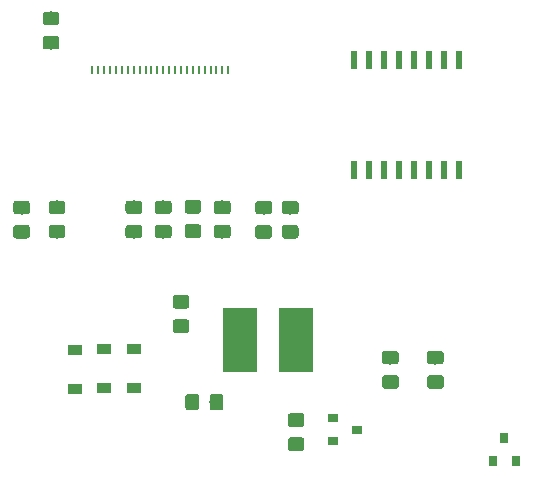
<source format=gbr>
G04 #@! TF.GenerationSoftware,KiCad,Pcbnew,5.0.2-bee76a0~70~ubuntu16.04.1*
G04 #@! TF.CreationDate,2019-03-02T11:38:04+08:00*
G04 #@! TF.ProjectId,OTP,4f54502e-6b69-4636-9164-5f7063625858,v01*
G04 #@! TF.SameCoordinates,Original*
G04 #@! TF.FileFunction,Paste,Top*
G04 #@! TF.FilePolarity,Positive*
%FSLAX46Y46*%
G04 Gerber Fmt 4.6, Leading zero omitted, Abs format (unit mm)*
G04 Created by KiCad (PCBNEW 5.0.2-bee76a0~70~ubuntu16.04.1) date Saturday, 02 March, 2019 11:38:04 AM PST*
%MOMM*%
%LPD*%
G01*
G04 APERTURE LIST*
%ADD10R,0.200000X0.800000*%
%ADD11R,0.800000X0.900000*%
%ADD12R,0.900000X0.800000*%
%ADD13C,0.100000*%
%ADD14C,1.150000*%
%ADD15R,1.200000X0.900000*%
%ADD16R,3.000000X5.500000*%
%ADD17R,0.600000X1.500000*%
G04 APERTURE END LIST*
D10*
G04 #@! TO.C,J1*
X147500000Y-53340000D03*
X148000000Y-53340000D03*
X148500000Y-53340000D03*
X149000000Y-53340000D03*
X149500000Y-53340000D03*
X150000000Y-53340000D03*
X150500000Y-53340000D03*
X151000000Y-53340000D03*
X151500000Y-53340000D03*
X152000000Y-53340000D03*
X152500000Y-53340000D03*
X153000000Y-53340000D03*
X153500000Y-53340000D03*
X154000000Y-53340000D03*
X154500000Y-53340000D03*
X155000000Y-53340000D03*
X155500000Y-53340000D03*
X156000000Y-53340000D03*
X156500000Y-53340000D03*
X157000000Y-53340000D03*
X157500000Y-53340000D03*
X158000000Y-53340000D03*
X158500000Y-53340000D03*
X159000000Y-53340000D03*
G04 #@! TD*
D11*
G04 #@! TO.C,Q2*
X182372000Y-84500000D03*
X183322000Y-86500000D03*
X181422000Y-86500000D03*
G04 #@! TD*
D12*
G04 #@! TO.C,Q1*
X169910000Y-83820000D03*
X167910000Y-84770000D03*
X167910000Y-82870000D03*
G04 #@! TD*
D13*
G04 #@! TO.C,C1*
G36*
X158974505Y-66476204D02*
X158998773Y-66479804D01*
X159022572Y-66485765D01*
X159045671Y-66494030D01*
X159067850Y-66504520D01*
X159088893Y-66517132D01*
X159108599Y-66531747D01*
X159126777Y-66548223D01*
X159143253Y-66566401D01*
X159157868Y-66586107D01*
X159170480Y-66607150D01*
X159180970Y-66629329D01*
X159189235Y-66652428D01*
X159195196Y-66676227D01*
X159198796Y-66700495D01*
X159200000Y-66724999D01*
X159200000Y-67375001D01*
X159198796Y-67399505D01*
X159195196Y-67423773D01*
X159189235Y-67447572D01*
X159180970Y-67470671D01*
X159170480Y-67492850D01*
X159157868Y-67513893D01*
X159143253Y-67533599D01*
X159126777Y-67551777D01*
X159108599Y-67568253D01*
X159088893Y-67582868D01*
X159067850Y-67595480D01*
X159045671Y-67605970D01*
X159022572Y-67614235D01*
X158998773Y-67620196D01*
X158974505Y-67623796D01*
X158950001Y-67625000D01*
X158049999Y-67625000D01*
X158025495Y-67623796D01*
X158001227Y-67620196D01*
X157977428Y-67614235D01*
X157954329Y-67605970D01*
X157932150Y-67595480D01*
X157911107Y-67582868D01*
X157891401Y-67568253D01*
X157873223Y-67551777D01*
X157856747Y-67533599D01*
X157842132Y-67513893D01*
X157829520Y-67492850D01*
X157819030Y-67470671D01*
X157810765Y-67447572D01*
X157804804Y-67423773D01*
X157801204Y-67399505D01*
X157800000Y-67375001D01*
X157800000Y-66724999D01*
X157801204Y-66700495D01*
X157804804Y-66676227D01*
X157810765Y-66652428D01*
X157819030Y-66629329D01*
X157829520Y-66607150D01*
X157842132Y-66586107D01*
X157856747Y-66566401D01*
X157873223Y-66548223D01*
X157891401Y-66531747D01*
X157911107Y-66517132D01*
X157932150Y-66504520D01*
X157954329Y-66494030D01*
X157977428Y-66485765D01*
X158001227Y-66479804D01*
X158025495Y-66476204D01*
X158049999Y-66475000D01*
X158950001Y-66475000D01*
X158974505Y-66476204D01*
X158974505Y-66476204D01*
G37*
D14*
X158500000Y-67050000D03*
D13*
G36*
X158974505Y-64426204D02*
X158998773Y-64429804D01*
X159022572Y-64435765D01*
X159045671Y-64444030D01*
X159067850Y-64454520D01*
X159088893Y-64467132D01*
X159108599Y-64481747D01*
X159126777Y-64498223D01*
X159143253Y-64516401D01*
X159157868Y-64536107D01*
X159170480Y-64557150D01*
X159180970Y-64579329D01*
X159189235Y-64602428D01*
X159195196Y-64626227D01*
X159198796Y-64650495D01*
X159200000Y-64674999D01*
X159200000Y-65325001D01*
X159198796Y-65349505D01*
X159195196Y-65373773D01*
X159189235Y-65397572D01*
X159180970Y-65420671D01*
X159170480Y-65442850D01*
X159157868Y-65463893D01*
X159143253Y-65483599D01*
X159126777Y-65501777D01*
X159108599Y-65518253D01*
X159088893Y-65532868D01*
X159067850Y-65545480D01*
X159045671Y-65555970D01*
X159022572Y-65564235D01*
X158998773Y-65570196D01*
X158974505Y-65573796D01*
X158950001Y-65575000D01*
X158049999Y-65575000D01*
X158025495Y-65573796D01*
X158001227Y-65570196D01*
X157977428Y-65564235D01*
X157954329Y-65555970D01*
X157932150Y-65545480D01*
X157911107Y-65532868D01*
X157891401Y-65518253D01*
X157873223Y-65501777D01*
X157856747Y-65483599D01*
X157842132Y-65463893D01*
X157829520Y-65442850D01*
X157819030Y-65420671D01*
X157810765Y-65397572D01*
X157804804Y-65373773D01*
X157801204Y-65349505D01*
X157800000Y-65325001D01*
X157800000Y-64674999D01*
X157801204Y-64650495D01*
X157804804Y-64626227D01*
X157810765Y-64602428D01*
X157819030Y-64579329D01*
X157829520Y-64557150D01*
X157842132Y-64536107D01*
X157856747Y-64516401D01*
X157873223Y-64498223D01*
X157891401Y-64481747D01*
X157911107Y-64467132D01*
X157932150Y-64454520D01*
X157954329Y-64444030D01*
X157977428Y-64435765D01*
X158001227Y-64429804D01*
X158025495Y-64426204D01*
X158049999Y-64425000D01*
X158950001Y-64425000D01*
X158974505Y-64426204D01*
X158974505Y-64426204D01*
G37*
D14*
X158500000Y-65000000D03*
G04 #@! TD*
D13*
G04 #@! TO.C,C2*
G36*
X158349505Y-80801204D02*
X158373773Y-80804804D01*
X158397572Y-80810765D01*
X158420671Y-80819030D01*
X158442850Y-80829520D01*
X158463893Y-80842132D01*
X158483599Y-80856747D01*
X158501777Y-80873223D01*
X158518253Y-80891401D01*
X158532868Y-80911107D01*
X158545480Y-80932150D01*
X158555970Y-80954329D01*
X158564235Y-80977428D01*
X158570196Y-81001227D01*
X158573796Y-81025495D01*
X158575000Y-81049999D01*
X158575000Y-81950001D01*
X158573796Y-81974505D01*
X158570196Y-81998773D01*
X158564235Y-82022572D01*
X158555970Y-82045671D01*
X158545480Y-82067850D01*
X158532868Y-82088893D01*
X158518253Y-82108599D01*
X158501777Y-82126777D01*
X158483599Y-82143253D01*
X158463893Y-82157868D01*
X158442850Y-82170480D01*
X158420671Y-82180970D01*
X158397572Y-82189235D01*
X158373773Y-82195196D01*
X158349505Y-82198796D01*
X158325001Y-82200000D01*
X157674999Y-82200000D01*
X157650495Y-82198796D01*
X157626227Y-82195196D01*
X157602428Y-82189235D01*
X157579329Y-82180970D01*
X157557150Y-82170480D01*
X157536107Y-82157868D01*
X157516401Y-82143253D01*
X157498223Y-82126777D01*
X157481747Y-82108599D01*
X157467132Y-82088893D01*
X157454520Y-82067850D01*
X157444030Y-82045671D01*
X157435765Y-82022572D01*
X157429804Y-81998773D01*
X157426204Y-81974505D01*
X157425000Y-81950001D01*
X157425000Y-81049999D01*
X157426204Y-81025495D01*
X157429804Y-81001227D01*
X157435765Y-80977428D01*
X157444030Y-80954329D01*
X157454520Y-80932150D01*
X157467132Y-80911107D01*
X157481747Y-80891401D01*
X157498223Y-80873223D01*
X157516401Y-80856747D01*
X157536107Y-80842132D01*
X157557150Y-80829520D01*
X157579329Y-80819030D01*
X157602428Y-80810765D01*
X157626227Y-80804804D01*
X157650495Y-80801204D01*
X157674999Y-80800000D01*
X158325001Y-80800000D01*
X158349505Y-80801204D01*
X158349505Y-80801204D01*
G37*
D14*
X158000000Y-81500000D03*
D13*
G36*
X156299505Y-80801204D02*
X156323773Y-80804804D01*
X156347572Y-80810765D01*
X156370671Y-80819030D01*
X156392850Y-80829520D01*
X156413893Y-80842132D01*
X156433599Y-80856747D01*
X156451777Y-80873223D01*
X156468253Y-80891401D01*
X156482868Y-80911107D01*
X156495480Y-80932150D01*
X156505970Y-80954329D01*
X156514235Y-80977428D01*
X156520196Y-81001227D01*
X156523796Y-81025495D01*
X156525000Y-81049999D01*
X156525000Y-81950001D01*
X156523796Y-81974505D01*
X156520196Y-81998773D01*
X156514235Y-82022572D01*
X156505970Y-82045671D01*
X156495480Y-82067850D01*
X156482868Y-82088893D01*
X156468253Y-82108599D01*
X156451777Y-82126777D01*
X156433599Y-82143253D01*
X156413893Y-82157868D01*
X156392850Y-82170480D01*
X156370671Y-82180970D01*
X156347572Y-82189235D01*
X156323773Y-82195196D01*
X156299505Y-82198796D01*
X156275001Y-82200000D01*
X155624999Y-82200000D01*
X155600495Y-82198796D01*
X155576227Y-82195196D01*
X155552428Y-82189235D01*
X155529329Y-82180970D01*
X155507150Y-82170480D01*
X155486107Y-82157868D01*
X155466401Y-82143253D01*
X155448223Y-82126777D01*
X155431747Y-82108599D01*
X155417132Y-82088893D01*
X155404520Y-82067850D01*
X155394030Y-82045671D01*
X155385765Y-82022572D01*
X155379804Y-81998773D01*
X155376204Y-81974505D01*
X155375000Y-81950001D01*
X155375000Y-81049999D01*
X155376204Y-81025495D01*
X155379804Y-81001227D01*
X155385765Y-80977428D01*
X155394030Y-80954329D01*
X155404520Y-80932150D01*
X155417132Y-80911107D01*
X155431747Y-80891401D01*
X155448223Y-80873223D01*
X155466401Y-80856747D01*
X155486107Y-80842132D01*
X155507150Y-80829520D01*
X155529329Y-80819030D01*
X155552428Y-80810765D01*
X155576227Y-80804804D01*
X155600495Y-80801204D01*
X155624999Y-80800000D01*
X156275001Y-80800000D01*
X156299505Y-80801204D01*
X156299505Y-80801204D01*
G37*
D14*
X155950000Y-81500000D03*
G04 #@! TD*
D13*
G04 #@! TO.C,C3*
G36*
X155474505Y-72426204D02*
X155498773Y-72429804D01*
X155522572Y-72435765D01*
X155545671Y-72444030D01*
X155567850Y-72454520D01*
X155588893Y-72467132D01*
X155608599Y-72481747D01*
X155626777Y-72498223D01*
X155643253Y-72516401D01*
X155657868Y-72536107D01*
X155670480Y-72557150D01*
X155680970Y-72579329D01*
X155689235Y-72602428D01*
X155695196Y-72626227D01*
X155698796Y-72650495D01*
X155700000Y-72674999D01*
X155700000Y-73325001D01*
X155698796Y-73349505D01*
X155695196Y-73373773D01*
X155689235Y-73397572D01*
X155680970Y-73420671D01*
X155670480Y-73442850D01*
X155657868Y-73463893D01*
X155643253Y-73483599D01*
X155626777Y-73501777D01*
X155608599Y-73518253D01*
X155588893Y-73532868D01*
X155567850Y-73545480D01*
X155545671Y-73555970D01*
X155522572Y-73564235D01*
X155498773Y-73570196D01*
X155474505Y-73573796D01*
X155450001Y-73575000D01*
X154549999Y-73575000D01*
X154525495Y-73573796D01*
X154501227Y-73570196D01*
X154477428Y-73564235D01*
X154454329Y-73555970D01*
X154432150Y-73545480D01*
X154411107Y-73532868D01*
X154391401Y-73518253D01*
X154373223Y-73501777D01*
X154356747Y-73483599D01*
X154342132Y-73463893D01*
X154329520Y-73442850D01*
X154319030Y-73420671D01*
X154310765Y-73397572D01*
X154304804Y-73373773D01*
X154301204Y-73349505D01*
X154300000Y-73325001D01*
X154300000Y-72674999D01*
X154301204Y-72650495D01*
X154304804Y-72626227D01*
X154310765Y-72602428D01*
X154319030Y-72579329D01*
X154329520Y-72557150D01*
X154342132Y-72536107D01*
X154356747Y-72516401D01*
X154373223Y-72498223D01*
X154391401Y-72481747D01*
X154411107Y-72467132D01*
X154432150Y-72454520D01*
X154454329Y-72444030D01*
X154477428Y-72435765D01*
X154501227Y-72429804D01*
X154525495Y-72426204D01*
X154549999Y-72425000D01*
X155450001Y-72425000D01*
X155474505Y-72426204D01*
X155474505Y-72426204D01*
G37*
D14*
X155000000Y-73000000D03*
D13*
G36*
X155474505Y-74476204D02*
X155498773Y-74479804D01*
X155522572Y-74485765D01*
X155545671Y-74494030D01*
X155567850Y-74504520D01*
X155588893Y-74517132D01*
X155608599Y-74531747D01*
X155626777Y-74548223D01*
X155643253Y-74566401D01*
X155657868Y-74586107D01*
X155670480Y-74607150D01*
X155680970Y-74629329D01*
X155689235Y-74652428D01*
X155695196Y-74676227D01*
X155698796Y-74700495D01*
X155700000Y-74724999D01*
X155700000Y-75375001D01*
X155698796Y-75399505D01*
X155695196Y-75423773D01*
X155689235Y-75447572D01*
X155680970Y-75470671D01*
X155670480Y-75492850D01*
X155657868Y-75513893D01*
X155643253Y-75533599D01*
X155626777Y-75551777D01*
X155608599Y-75568253D01*
X155588893Y-75582868D01*
X155567850Y-75595480D01*
X155545671Y-75605970D01*
X155522572Y-75614235D01*
X155498773Y-75620196D01*
X155474505Y-75623796D01*
X155450001Y-75625000D01*
X154549999Y-75625000D01*
X154525495Y-75623796D01*
X154501227Y-75620196D01*
X154477428Y-75614235D01*
X154454329Y-75605970D01*
X154432150Y-75595480D01*
X154411107Y-75582868D01*
X154391401Y-75568253D01*
X154373223Y-75551777D01*
X154356747Y-75533599D01*
X154342132Y-75513893D01*
X154329520Y-75492850D01*
X154319030Y-75470671D01*
X154310765Y-75447572D01*
X154304804Y-75423773D01*
X154301204Y-75399505D01*
X154300000Y-75375001D01*
X154300000Y-74724999D01*
X154301204Y-74700495D01*
X154304804Y-74676227D01*
X154310765Y-74652428D01*
X154319030Y-74629329D01*
X154329520Y-74607150D01*
X154342132Y-74586107D01*
X154356747Y-74566401D01*
X154373223Y-74548223D01*
X154391401Y-74531747D01*
X154411107Y-74517132D01*
X154432150Y-74504520D01*
X154454329Y-74494030D01*
X154477428Y-74485765D01*
X154501227Y-74479804D01*
X154525495Y-74476204D01*
X154549999Y-74475000D01*
X155450001Y-74475000D01*
X155474505Y-74476204D01*
X155474505Y-74476204D01*
G37*
D14*
X155000000Y-75050000D03*
G04 #@! TD*
D13*
G04 #@! TO.C,C4*
G36*
X165224505Y-84476204D02*
X165248773Y-84479804D01*
X165272572Y-84485765D01*
X165295671Y-84494030D01*
X165317850Y-84504520D01*
X165338893Y-84517132D01*
X165358599Y-84531747D01*
X165376777Y-84548223D01*
X165393253Y-84566401D01*
X165407868Y-84586107D01*
X165420480Y-84607150D01*
X165430970Y-84629329D01*
X165439235Y-84652428D01*
X165445196Y-84676227D01*
X165448796Y-84700495D01*
X165450000Y-84724999D01*
X165450000Y-85375001D01*
X165448796Y-85399505D01*
X165445196Y-85423773D01*
X165439235Y-85447572D01*
X165430970Y-85470671D01*
X165420480Y-85492850D01*
X165407868Y-85513893D01*
X165393253Y-85533599D01*
X165376777Y-85551777D01*
X165358599Y-85568253D01*
X165338893Y-85582868D01*
X165317850Y-85595480D01*
X165295671Y-85605970D01*
X165272572Y-85614235D01*
X165248773Y-85620196D01*
X165224505Y-85623796D01*
X165200001Y-85625000D01*
X164299999Y-85625000D01*
X164275495Y-85623796D01*
X164251227Y-85620196D01*
X164227428Y-85614235D01*
X164204329Y-85605970D01*
X164182150Y-85595480D01*
X164161107Y-85582868D01*
X164141401Y-85568253D01*
X164123223Y-85551777D01*
X164106747Y-85533599D01*
X164092132Y-85513893D01*
X164079520Y-85492850D01*
X164069030Y-85470671D01*
X164060765Y-85447572D01*
X164054804Y-85423773D01*
X164051204Y-85399505D01*
X164050000Y-85375001D01*
X164050000Y-84724999D01*
X164051204Y-84700495D01*
X164054804Y-84676227D01*
X164060765Y-84652428D01*
X164069030Y-84629329D01*
X164079520Y-84607150D01*
X164092132Y-84586107D01*
X164106747Y-84566401D01*
X164123223Y-84548223D01*
X164141401Y-84531747D01*
X164161107Y-84517132D01*
X164182150Y-84504520D01*
X164204329Y-84494030D01*
X164227428Y-84485765D01*
X164251227Y-84479804D01*
X164275495Y-84476204D01*
X164299999Y-84475000D01*
X165200001Y-84475000D01*
X165224505Y-84476204D01*
X165224505Y-84476204D01*
G37*
D14*
X164750000Y-85050000D03*
D13*
G36*
X165224505Y-82426204D02*
X165248773Y-82429804D01*
X165272572Y-82435765D01*
X165295671Y-82444030D01*
X165317850Y-82454520D01*
X165338893Y-82467132D01*
X165358599Y-82481747D01*
X165376777Y-82498223D01*
X165393253Y-82516401D01*
X165407868Y-82536107D01*
X165420480Y-82557150D01*
X165430970Y-82579329D01*
X165439235Y-82602428D01*
X165445196Y-82626227D01*
X165448796Y-82650495D01*
X165450000Y-82674999D01*
X165450000Y-83325001D01*
X165448796Y-83349505D01*
X165445196Y-83373773D01*
X165439235Y-83397572D01*
X165430970Y-83420671D01*
X165420480Y-83442850D01*
X165407868Y-83463893D01*
X165393253Y-83483599D01*
X165376777Y-83501777D01*
X165358599Y-83518253D01*
X165338893Y-83532868D01*
X165317850Y-83545480D01*
X165295671Y-83555970D01*
X165272572Y-83564235D01*
X165248773Y-83570196D01*
X165224505Y-83573796D01*
X165200001Y-83575000D01*
X164299999Y-83575000D01*
X164275495Y-83573796D01*
X164251227Y-83570196D01*
X164227428Y-83564235D01*
X164204329Y-83555970D01*
X164182150Y-83545480D01*
X164161107Y-83532868D01*
X164141401Y-83518253D01*
X164123223Y-83501777D01*
X164106747Y-83483599D01*
X164092132Y-83463893D01*
X164079520Y-83442850D01*
X164069030Y-83420671D01*
X164060765Y-83397572D01*
X164054804Y-83373773D01*
X164051204Y-83349505D01*
X164050000Y-83325001D01*
X164050000Y-82674999D01*
X164051204Y-82650495D01*
X164054804Y-82626227D01*
X164060765Y-82602428D01*
X164069030Y-82579329D01*
X164079520Y-82557150D01*
X164092132Y-82536107D01*
X164106747Y-82516401D01*
X164123223Y-82498223D01*
X164141401Y-82481747D01*
X164161107Y-82467132D01*
X164182150Y-82454520D01*
X164204329Y-82444030D01*
X164227428Y-82435765D01*
X164251227Y-82429804D01*
X164275495Y-82426204D01*
X164299999Y-82425000D01*
X165200001Y-82425000D01*
X165224505Y-82426204D01*
X165224505Y-82426204D01*
G37*
D14*
X164750000Y-83000000D03*
G04 #@! TD*
D13*
G04 #@! TO.C,C5*
G36*
X151474505Y-66476204D02*
X151498773Y-66479804D01*
X151522572Y-66485765D01*
X151545671Y-66494030D01*
X151567850Y-66504520D01*
X151588893Y-66517132D01*
X151608599Y-66531747D01*
X151626777Y-66548223D01*
X151643253Y-66566401D01*
X151657868Y-66586107D01*
X151670480Y-66607150D01*
X151680970Y-66629329D01*
X151689235Y-66652428D01*
X151695196Y-66676227D01*
X151698796Y-66700495D01*
X151700000Y-66724999D01*
X151700000Y-67375001D01*
X151698796Y-67399505D01*
X151695196Y-67423773D01*
X151689235Y-67447572D01*
X151680970Y-67470671D01*
X151670480Y-67492850D01*
X151657868Y-67513893D01*
X151643253Y-67533599D01*
X151626777Y-67551777D01*
X151608599Y-67568253D01*
X151588893Y-67582868D01*
X151567850Y-67595480D01*
X151545671Y-67605970D01*
X151522572Y-67614235D01*
X151498773Y-67620196D01*
X151474505Y-67623796D01*
X151450001Y-67625000D01*
X150549999Y-67625000D01*
X150525495Y-67623796D01*
X150501227Y-67620196D01*
X150477428Y-67614235D01*
X150454329Y-67605970D01*
X150432150Y-67595480D01*
X150411107Y-67582868D01*
X150391401Y-67568253D01*
X150373223Y-67551777D01*
X150356747Y-67533599D01*
X150342132Y-67513893D01*
X150329520Y-67492850D01*
X150319030Y-67470671D01*
X150310765Y-67447572D01*
X150304804Y-67423773D01*
X150301204Y-67399505D01*
X150300000Y-67375001D01*
X150300000Y-66724999D01*
X150301204Y-66700495D01*
X150304804Y-66676227D01*
X150310765Y-66652428D01*
X150319030Y-66629329D01*
X150329520Y-66607150D01*
X150342132Y-66586107D01*
X150356747Y-66566401D01*
X150373223Y-66548223D01*
X150391401Y-66531747D01*
X150411107Y-66517132D01*
X150432150Y-66504520D01*
X150454329Y-66494030D01*
X150477428Y-66485765D01*
X150501227Y-66479804D01*
X150525495Y-66476204D01*
X150549999Y-66475000D01*
X151450001Y-66475000D01*
X151474505Y-66476204D01*
X151474505Y-66476204D01*
G37*
D14*
X151000000Y-67050000D03*
D13*
G36*
X151474505Y-64426204D02*
X151498773Y-64429804D01*
X151522572Y-64435765D01*
X151545671Y-64444030D01*
X151567850Y-64454520D01*
X151588893Y-64467132D01*
X151608599Y-64481747D01*
X151626777Y-64498223D01*
X151643253Y-64516401D01*
X151657868Y-64536107D01*
X151670480Y-64557150D01*
X151680970Y-64579329D01*
X151689235Y-64602428D01*
X151695196Y-64626227D01*
X151698796Y-64650495D01*
X151700000Y-64674999D01*
X151700000Y-65325001D01*
X151698796Y-65349505D01*
X151695196Y-65373773D01*
X151689235Y-65397572D01*
X151680970Y-65420671D01*
X151670480Y-65442850D01*
X151657868Y-65463893D01*
X151643253Y-65483599D01*
X151626777Y-65501777D01*
X151608599Y-65518253D01*
X151588893Y-65532868D01*
X151567850Y-65545480D01*
X151545671Y-65555970D01*
X151522572Y-65564235D01*
X151498773Y-65570196D01*
X151474505Y-65573796D01*
X151450001Y-65575000D01*
X150549999Y-65575000D01*
X150525495Y-65573796D01*
X150501227Y-65570196D01*
X150477428Y-65564235D01*
X150454329Y-65555970D01*
X150432150Y-65545480D01*
X150411107Y-65532868D01*
X150391401Y-65518253D01*
X150373223Y-65501777D01*
X150356747Y-65483599D01*
X150342132Y-65463893D01*
X150329520Y-65442850D01*
X150319030Y-65420671D01*
X150310765Y-65397572D01*
X150304804Y-65373773D01*
X150301204Y-65349505D01*
X150300000Y-65325001D01*
X150300000Y-64674999D01*
X150301204Y-64650495D01*
X150304804Y-64626227D01*
X150310765Y-64602428D01*
X150319030Y-64579329D01*
X150329520Y-64557150D01*
X150342132Y-64536107D01*
X150356747Y-64516401D01*
X150373223Y-64498223D01*
X150391401Y-64481747D01*
X150411107Y-64467132D01*
X150432150Y-64454520D01*
X150454329Y-64444030D01*
X150477428Y-64435765D01*
X150501227Y-64429804D01*
X150525495Y-64426204D01*
X150549999Y-64425000D01*
X151450001Y-64425000D01*
X151474505Y-64426204D01*
X151474505Y-64426204D01*
G37*
D14*
X151000000Y-65000000D03*
G04 #@! TD*
D13*
G04 #@! TO.C,C6*
G36*
X141974505Y-66491204D02*
X141998773Y-66494804D01*
X142022572Y-66500765D01*
X142045671Y-66509030D01*
X142067850Y-66519520D01*
X142088893Y-66532132D01*
X142108599Y-66546747D01*
X142126777Y-66563223D01*
X142143253Y-66581401D01*
X142157868Y-66601107D01*
X142170480Y-66622150D01*
X142180970Y-66644329D01*
X142189235Y-66667428D01*
X142195196Y-66691227D01*
X142198796Y-66715495D01*
X142200000Y-66739999D01*
X142200000Y-67390001D01*
X142198796Y-67414505D01*
X142195196Y-67438773D01*
X142189235Y-67462572D01*
X142180970Y-67485671D01*
X142170480Y-67507850D01*
X142157868Y-67528893D01*
X142143253Y-67548599D01*
X142126777Y-67566777D01*
X142108599Y-67583253D01*
X142088893Y-67597868D01*
X142067850Y-67610480D01*
X142045671Y-67620970D01*
X142022572Y-67629235D01*
X141998773Y-67635196D01*
X141974505Y-67638796D01*
X141950001Y-67640000D01*
X141049999Y-67640000D01*
X141025495Y-67638796D01*
X141001227Y-67635196D01*
X140977428Y-67629235D01*
X140954329Y-67620970D01*
X140932150Y-67610480D01*
X140911107Y-67597868D01*
X140891401Y-67583253D01*
X140873223Y-67566777D01*
X140856747Y-67548599D01*
X140842132Y-67528893D01*
X140829520Y-67507850D01*
X140819030Y-67485671D01*
X140810765Y-67462572D01*
X140804804Y-67438773D01*
X140801204Y-67414505D01*
X140800000Y-67390001D01*
X140800000Y-66739999D01*
X140801204Y-66715495D01*
X140804804Y-66691227D01*
X140810765Y-66667428D01*
X140819030Y-66644329D01*
X140829520Y-66622150D01*
X140842132Y-66601107D01*
X140856747Y-66581401D01*
X140873223Y-66563223D01*
X140891401Y-66546747D01*
X140911107Y-66532132D01*
X140932150Y-66519520D01*
X140954329Y-66509030D01*
X140977428Y-66500765D01*
X141001227Y-66494804D01*
X141025495Y-66491204D01*
X141049999Y-66490000D01*
X141950001Y-66490000D01*
X141974505Y-66491204D01*
X141974505Y-66491204D01*
G37*
D14*
X141500000Y-67065000D03*
D13*
G36*
X141974505Y-64441204D02*
X141998773Y-64444804D01*
X142022572Y-64450765D01*
X142045671Y-64459030D01*
X142067850Y-64469520D01*
X142088893Y-64482132D01*
X142108599Y-64496747D01*
X142126777Y-64513223D01*
X142143253Y-64531401D01*
X142157868Y-64551107D01*
X142170480Y-64572150D01*
X142180970Y-64594329D01*
X142189235Y-64617428D01*
X142195196Y-64641227D01*
X142198796Y-64665495D01*
X142200000Y-64689999D01*
X142200000Y-65340001D01*
X142198796Y-65364505D01*
X142195196Y-65388773D01*
X142189235Y-65412572D01*
X142180970Y-65435671D01*
X142170480Y-65457850D01*
X142157868Y-65478893D01*
X142143253Y-65498599D01*
X142126777Y-65516777D01*
X142108599Y-65533253D01*
X142088893Y-65547868D01*
X142067850Y-65560480D01*
X142045671Y-65570970D01*
X142022572Y-65579235D01*
X141998773Y-65585196D01*
X141974505Y-65588796D01*
X141950001Y-65590000D01*
X141049999Y-65590000D01*
X141025495Y-65588796D01*
X141001227Y-65585196D01*
X140977428Y-65579235D01*
X140954329Y-65570970D01*
X140932150Y-65560480D01*
X140911107Y-65547868D01*
X140891401Y-65533253D01*
X140873223Y-65516777D01*
X140856747Y-65498599D01*
X140842132Y-65478893D01*
X140829520Y-65457850D01*
X140819030Y-65435671D01*
X140810765Y-65412572D01*
X140804804Y-65388773D01*
X140801204Y-65364505D01*
X140800000Y-65340001D01*
X140800000Y-64689999D01*
X140801204Y-64665495D01*
X140804804Y-64641227D01*
X140810765Y-64617428D01*
X140819030Y-64594329D01*
X140829520Y-64572150D01*
X140842132Y-64551107D01*
X140856747Y-64531401D01*
X140873223Y-64513223D01*
X140891401Y-64496747D01*
X140911107Y-64482132D01*
X140932150Y-64469520D01*
X140954329Y-64459030D01*
X140977428Y-64450765D01*
X141001227Y-64444804D01*
X141025495Y-64441204D01*
X141049999Y-64440000D01*
X141950001Y-64440000D01*
X141974505Y-64441204D01*
X141974505Y-64441204D01*
G37*
D14*
X141500000Y-65015000D03*
G04 #@! TD*
D13*
G04 #@! TO.C,C7*
G36*
X164724505Y-66491204D02*
X164748773Y-66494804D01*
X164772572Y-66500765D01*
X164795671Y-66509030D01*
X164817850Y-66519520D01*
X164838893Y-66532132D01*
X164858599Y-66546747D01*
X164876777Y-66563223D01*
X164893253Y-66581401D01*
X164907868Y-66601107D01*
X164920480Y-66622150D01*
X164930970Y-66644329D01*
X164939235Y-66667428D01*
X164945196Y-66691227D01*
X164948796Y-66715495D01*
X164950000Y-66739999D01*
X164950000Y-67390001D01*
X164948796Y-67414505D01*
X164945196Y-67438773D01*
X164939235Y-67462572D01*
X164930970Y-67485671D01*
X164920480Y-67507850D01*
X164907868Y-67528893D01*
X164893253Y-67548599D01*
X164876777Y-67566777D01*
X164858599Y-67583253D01*
X164838893Y-67597868D01*
X164817850Y-67610480D01*
X164795671Y-67620970D01*
X164772572Y-67629235D01*
X164748773Y-67635196D01*
X164724505Y-67638796D01*
X164700001Y-67640000D01*
X163799999Y-67640000D01*
X163775495Y-67638796D01*
X163751227Y-67635196D01*
X163727428Y-67629235D01*
X163704329Y-67620970D01*
X163682150Y-67610480D01*
X163661107Y-67597868D01*
X163641401Y-67583253D01*
X163623223Y-67566777D01*
X163606747Y-67548599D01*
X163592132Y-67528893D01*
X163579520Y-67507850D01*
X163569030Y-67485671D01*
X163560765Y-67462572D01*
X163554804Y-67438773D01*
X163551204Y-67414505D01*
X163550000Y-67390001D01*
X163550000Y-66739999D01*
X163551204Y-66715495D01*
X163554804Y-66691227D01*
X163560765Y-66667428D01*
X163569030Y-66644329D01*
X163579520Y-66622150D01*
X163592132Y-66601107D01*
X163606747Y-66581401D01*
X163623223Y-66563223D01*
X163641401Y-66546747D01*
X163661107Y-66532132D01*
X163682150Y-66519520D01*
X163704329Y-66509030D01*
X163727428Y-66500765D01*
X163751227Y-66494804D01*
X163775495Y-66491204D01*
X163799999Y-66490000D01*
X164700001Y-66490000D01*
X164724505Y-66491204D01*
X164724505Y-66491204D01*
G37*
D14*
X164250000Y-67065000D03*
D13*
G36*
X164724505Y-64441204D02*
X164748773Y-64444804D01*
X164772572Y-64450765D01*
X164795671Y-64459030D01*
X164817850Y-64469520D01*
X164838893Y-64482132D01*
X164858599Y-64496747D01*
X164876777Y-64513223D01*
X164893253Y-64531401D01*
X164907868Y-64551107D01*
X164920480Y-64572150D01*
X164930970Y-64594329D01*
X164939235Y-64617428D01*
X164945196Y-64641227D01*
X164948796Y-64665495D01*
X164950000Y-64689999D01*
X164950000Y-65340001D01*
X164948796Y-65364505D01*
X164945196Y-65388773D01*
X164939235Y-65412572D01*
X164930970Y-65435671D01*
X164920480Y-65457850D01*
X164907868Y-65478893D01*
X164893253Y-65498599D01*
X164876777Y-65516777D01*
X164858599Y-65533253D01*
X164838893Y-65547868D01*
X164817850Y-65560480D01*
X164795671Y-65570970D01*
X164772572Y-65579235D01*
X164748773Y-65585196D01*
X164724505Y-65588796D01*
X164700001Y-65590000D01*
X163799999Y-65590000D01*
X163775495Y-65588796D01*
X163751227Y-65585196D01*
X163727428Y-65579235D01*
X163704329Y-65570970D01*
X163682150Y-65560480D01*
X163661107Y-65547868D01*
X163641401Y-65533253D01*
X163623223Y-65516777D01*
X163606747Y-65498599D01*
X163592132Y-65478893D01*
X163579520Y-65457850D01*
X163569030Y-65435671D01*
X163560765Y-65412572D01*
X163554804Y-65388773D01*
X163551204Y-65364505D01*
X163550000Y-65340001D01*
X163550000Y-64689999D01*
X163551204Y-64665495D01*
X163554804Y-64641227D01*
X163560765Y-64617428D01*
X163569030Y-64594329D01*
X163579520Y-64572150D01*
X163592132Y-64551107D01*
X163606747Y-64531401D01*
X163623223Y-64513223D01*
X163641401Y-64496747D01*
X163661107Y-64482132D01*
X163682150Y-64469520D01*
X163704329Y-64459030D01*
X163727428Y-64450765D01*
X163751227Y-64444804D01*
X163775495Y-64441204D01*
X163799999Y-64440000D01*
X164700001Y-64440000D01*
X164724505Y-64441204D01*
X164724505Y-64441204D01*
G37*
D14*
X164250000Y-65015000D03*
G04 #@! TD*
D13*
G04 #@! TO.C,C8*
G36*
X156474505Y-66426204D02*
X156498773Y-66429804D01*
X156522572Y-66435765D01*
X156545671Y-66444030D01*
X156567850Y-66454520D01*
X156588893Y-66467132D01*
X156608599Y-66481747D01*
X156626777Y-66498223D01*
X156643253Y-66516401D01*
X156657868Y-66536107D01*
X156670480Y-66557150D01*
X156680970Y-66579329D01*
X156689235Y-66602428D01*
X156695196Y-66626227D01*
X156698796Y-66650495D01*
X156700000Y-66674999D01*
X156700000Y-67325001D01*
X156698796Y-67349505D01*
X156695196Y-67373773D01*
X156689235Y-67397572D01*
X156680970Y-67420671D01*
X156670480Y-67442850D01*
X156657868Y-67463893D01*
X156643253Y-67483599D01*
X156626777Y-67501777D01*
X156608599Y-67518253D01*
X156588893Y-67532868D01*
X156567850Y-67545480D01*
X156545671Y-67555970D01*
X156522572Y-67564235D01*
X156498773Y-67570196D01*
X156474505Y-67573796D01*
X156450001Y-67575000D01*
X155549999Y-67575000D01*
X155525495Y-67573796D01*
X155501227Y-67570196D01*
X155477428Y-67564235D01*
X155454329Y-67555970D01*
X155432150Y-67545480D01*
X155411107Y-67532868D01*
X155391401Y-67518253D01*
X155373223Y-67501777D01*
X155356747Y-67483599D01*
X155342132Y-67463893D01*
X155329520Y-67442850D01*
X155319030Y-67420671D01*
X155310765Y-67397572D01*
X155304804Y-67373773D01*
X155301204Y-67349505D01*
X155300000Y-67325001D01*
X155300000Y-66674999D01*
X155301204Y-66650495D01*
X155304804Y-66626227D01*
X155310765Y-66602428D01*
X155319030Y-66579329D01*
X155329520Y-66557150D01*
X155342132Y-66536107D01*
X155356747Y-66516401D01*
X155373223Y-66498223D01*
X155391401Y-66481747D01*
X155411107Y-66467132D01*
X155432150Y-66454520D01*
X155454329Y-66444030D01*
X155477428Y-66435765D01*
X155501227Y-66429804D01*
X155525495Y-66426204D01*
X155549999Y-66425000D01*
X156450001Y-66425000D01*
X156474505Y-66426204D01*
X156474505Y-66426204D01*
G37*
D14*
X156000000Y-67000000D03*
D13*
G36*
X156474505Y-64376204D02*
X156498773Y-64379804D01*
X156522572Y-64385765D01*
X156545671Y-64394030D01*
X156567850Y-64404520D01*
X156588893Y-64417132D01*
X156608599Y-64431747D01*
X156626777Y-64448223D01*
X156643253Y-64466401D01*
X156657868Y-64486107D01*
X156670480Y-64507150D01*
X156680970Y-64529329D01*
X156689235Y-64552428D01*
X156695196Y-64576227D01*
X156698796Y-64600495D01*
X156700000Y-64624999D01*
X156700000Y-65275001D01*
X156698796Y-65299505D01*
X156695196Y-65323773D01*
X156689235Y-65347572D01*
X156680970Y-65370671D01*
X156670480Y-65392850D01*
X156657868Y-65413893D01*
X156643253Y-65433599D01*
X156626777Y-65451777D01*
X156608599Y-65468253D01*
X156588893Y-65482868D01*
X156567850Y-65495480D01*
X156545671Y-65505970D01*
X156522572Y-65514235D01*
X156498773Y-65520196D01*
X156474505Y-65523796D01*
X156450001Y-65525000D01*
X155549999Y-65525000D01*
X155525495Y-65523796D01*
X155501227Y-65520196D01*
X155477428Y-65514235D01*
X155454329Y-65505970D01*
X155432150Y-65495480D01*
X155411107Y-65482868D01*
X155391401Y-65468253D01*
X155373223Y-65451777D01*
X155356747Y-65433599D01*
X155342132Y-65413893D01*
X155329520Y-65392850D01*
X155319030Y-65370671D01*
X155310765Y-65347572D01*
X155304804Y-65323773D01*
X155301204Y-65299505D01*
X155300000Y-65275001D01*
X155300000Y-64624999D01*
X155301204Y-64600495D01*
X155304804Y-64576227D01*
X155310765Y-64552428D01*
X155319030Y-64529329D01*
X155329520Y-64507150D01*
X155342132Y-64486107D01*
X155356747Y-64466401D01*
X155373223Y-64448223D01*
X155391401Y-64431747D01*
X155411107Y-64417132D01*
X155432150Y-64404520D01*
X155454329Y-64394030D01*
X155477428Y-64385765D01*
X155501227Y-64379804D01*
X155525495Y-64376204D01*
X155549999Y-64375000D01*
X156450001Y-64375000D01*
X156474505Y-64376204D01*
X156474505Y-64376204D01*
G37*
D14*
X156000000Y-64950000D03*
G04 #@! TD*
D13*
G04 #@! TO.C,C9*
G36*
X144474505Y-50476204D02*
X144498773Y-50479804D01*
X144522572Y-50485765D01*
X144545671Y-50494030D01*
X144567850Y-50504520D01*
X144588893Y-50517132D01*
X144608599Y-50531747D01*
X144626777Y-50548223D01*
X144643253Y-50566401D01*
X144657868Y-50586107D01*
X144670480Y-50607150D01*
X144680970Y-50629329D01*
X144689235Y-50652428D01*
X144695196Y-50676227D01*
X144698796Y-50700495D01*
X144700000Y-50724999D01*
X144700000Y-51375001D01*
X144698796Y-51399505D01*
X144695196Y-51423773D01*
X144689235Y-51447572D01*
X144680970Y-51470671D01*
X144670480Y-51492850D01*
X144657868Y-51513893D01*
X144643253Y-51533599D01*
X144626777Y-51551777D01*
X144608599Y-51568253D01*
X144588893Y-51582868D01*
X144567850Y-51595480D01*
X144545671Y-51605970D01*
X144522572Y-51614235D01*
X144498773Y-51620196D01*
X144474505Y-51623796D01*
X144450001Y-51625000D01*
X143549999Y-51625000D01*
X143525495Y-51623796D01*
X143501227Y-51620196D01*
X143477428Y-51614235D01*
X143454329Y-51605970D01*
X143432150Y-51595480D01*
X143411107Y-51582868D01*
X143391401Y-51568253D01*
X143373223Y-51551777D01*
X143356747Y-51533599D01*
X143342132Y-51513893D01*
X143329520Y-51492850D01*
X143319030Y-51470671D01*
X143310765Y-51447572D01*
X143304804Y-51423773D01*
X143301204Y-51399505D01*
X143300000Y-51375001D01*
X143300000Y-50724999D01*
X143301204Y-50700495D01*
X143304804Y-50676227D01*
X143310765Y-50652428D01*
X143319030Y-50629329D01*
X143329520Y-50607150D01*
X143342132Y-50586107D01*
X143356747Y-50566401D01*
X143373223Y-50548223D01*
X143391401Y-50531747D01*
X143411107Y-50517132D01*
X143432150Y-50504520D01*
X143454329Y-50494030D01*
X143477428Y-50485765D01*
X143501227Y-50479804D01*
X143525495Y-50476204D01*
X143549999Y-50475000D01*
X144450001Y-50475000D01*
X144474505Y-50476204D01*
X144474505Y-50476204D01*
G37*
D14*
X144000000Y-51050000D03*
D13*
G36*
X144474505Y-48426204D02*
X144498773Y-48429804D01*
X144522572Y-48435765D01*
X144545671Y-48444030D01*
X144567850Y-48454520D01*
X144588893Y-48467132D01*
X144608599Y-48481747D01*
X144626777Y-48498223D01*
X144643253Y-48516401D01*
X144657868Y-48536107D01*
X144670480Y-48557150D01*
X144680970Y-48579329D01*
X144689235Y-48602428D01*
X144695196Y-48626227D01*
X144698796Y-48650495D01*
X144700000Y-48674999D01*
X144700000Y-49325001D01*
X144698796Y-49349505D01*
X144695196Y-49373773D01*
X144689235Y-49397572D01*
X144680970Y-49420671D01*
X144670480Y-49442850D01*
X144657868Y-49463893D01*
X144643253Y-49483599D01*
X144626777Y-49501777D01*
X144608599Y-49518253D01*
X144588893Y-49532868D01*
X144567850Y-49545480D01*
X144545671Y-49555970D01*
X144522572Y-49564235D01*
X144498773Y-49570196D01*
X144474505Y-49573796D01*
X144450001Y-49575000D01*
X143549999Y-49575000D01*
X143525495Y-49573796D01*
X143501227Y-49570196D01*
X143477428Y-49564235D01*
X143454329Y-49555970D01*
X143432150Y-49545480D01*
X143411107Y-49532868D01*
X143391401Y-49518253D01*
X143373223Y-49501777D01*
X143356747Y-49483599D01*
X143342132Y-49463893D01*
X143329520Y-49442850D01*
X143319030Y-49420671D01*
X143310765Y-49397572D01*
X143304804Y-49373773D01*
X143301204Y-49349505D01*
X143300000Y-49325001D01*
X143300000Y-48674999D01*
X143301204Y-48650495D01*
X143304804Y-48626227D01*
X143310765Y-48602428D01*
X143319030Y-48579329D01*
X143329520Y-48557150D01*
X143342132Y-48536107D01*
X143356747Y-48516401D01*
X143373223Y-48498223D01*
X143391401Y-48481747D01*
X143411107Y-48467132D01*
X143432150Y-48454520D01*
X143454329Y-48444030D01*
X143477428Y-48435765D01*
X143501227Y-48429804D01*
X143525495Y-48426204D01*
X143549999Y-48425000D01*
X144450001Y-48425000D01*
X144474505Y-48426204D01*
X144474505Y-48426204D01*
G37*
D14*
X144000000Y-49000000D03*
G04 #@! TD*
D13*
G04 #@! TO.C,C10*
G36*
X162474505Y-66500204D02*
X162498773Y-66503804D01*
X162522572Y-66509765D01*
X162545671Y-66518030D01*
X162567850Y-66528520D01*
X162588893Y-66541132D01*
X162608599Y-66555747D01*
X162626777Y-66572223D01*
X162643253Y-66590401D01*
X162657868Y-66610107D01*
X162670480Y-66631150D01*
X162680970Y-66653329D01*
X162689235Y-66676428D01*
X162695196Y-66700227D01*
X162698796Y-66724495D01*
X162700000Y-66748999D01*
X162700000Y-67399001D01*
X162698796Y-67423505D01*
X162695196Y-67447773D01*
X162689235Y-67471572D01*
X162680970Y-67494671D01*
X162670480Y-67516850D01*
X162657868Y-67537893D01*
X162643253Y-67557599D01*
X162626777Y-67575777D01*
X162608599Y-67592253D01*
X162588893Y-67606868D01*
X162567850Y-67619480D01*
X162545671Y-67629970D01*
X162522572Y-67638235D01*
X162498773Y-67644196D01*
X162474505Y-67647796D01*
X162450001Y-67649000D01*
X161549999Y-67649000D01*
X161525495Y-67647796D01*
X161501227Y-67644196D01*
X161477428Y-67638235D01*
X161454329Y-67629970D01*
X161432150Y-67619480D01*
X161411107Y-67606868D01*
X161391401Y-67592253D01*
X161373223Y-67575777D01*
X161356747Y-67557599D01*
X161342132Y-67537893D01*
X161329520Y-67516850D01*
X161319030Y-67494671D01*
X161310765Y-67471572D01*
X161304804Y-67447773D01*
X161301204Y-67423505D01*
X161300000Y-67399001D01*
X161300000Y-66748999D01*
X161301204Y-66724495D01*
X161304804Y-66700227D01*
X161310765Y-66676428D01*
X161319030Y-66653329D01*
X161329520Y-66631150D01*
X161342132Y-66610107D01*
X161356747Y-66590401D01*
X161373223Y-66572223D01*
X161391401Y-66555747D01*
X161411107Y-66541132D01*
X161432150Y-66528520D01*
X161454329Y-66518030D01*
X161477428Y-66509765D01*
X161501227Y-66503804D01*
X161525495Y-66500204D01*
X161549999Y-66499000D01*
X162450001Y-66499000D01*
X162474505Y-66500204D01*
X162474505Y-66500204D01*
G37*
D14*
X162000000Y-67074000D03*
D13*
G36*
X162474505Y-64450204D02*
X162498773Y-64453804D01*
X162522572Y-64459765D01*
X162545671Y-64468030D01*
X162567850Y-64478520D01*
X162588893Y-64491132D01*
X162608599Y-64505747D01*
X162626777Y-64522223D01*
X162643253Y-64540401D01*
X162657868Y-64560107D01*
X162670480Y-64581150D01*
X162680970Y-64603329D01*
X162689235Y-64626428D01*
X162695196Y-64650227D01*
X162698796Y-64674495D01*
X162700000Y-64698999D01*
X162700000Y-65349001D01*
X162698796Y-65373505D01*
X162695196Y-65397773D01*
X162689235Y-65421572D01*
X162680970Y-65444671D01*
X162670480Y-65466850D01*
X162657868Y-65487893D01*
X162643253Y-65507599D01*
X162626777Y-65525777D01*
X162608599Y-65542253D01*
X162588893Y-65556868D01*
X162567850Y-65569480D01*
X162545671Y-65579970D01*
X162522572Y-65588235D01*
X162498773Y-65594196D01*
X162474505Y-65597796D01*
X162450001Y-65599000D01*
X161549999Y-65599000D01*
X161525495Y-65597796D01*
X161501227Y-65594196D01*
X161477428Y-65588235D01*
X161454329Y-65579970D01*
X161432150Y-65569480D01*
X161411107Y-65556868D01*
X161391401Y-65542253D01*
X161373223Y-65525777D01*
X161356747Y-65507599D01*
X161342132Y-65487893D01*
X161329520Y-65466850D01*
X161319030Y-65444671D01*
X161310765Y-65421572D01*
X161304804Y-65397773D01*
X161301204Y-65373505D01*
X161300000Y-65349001D01*
X161300000Y-64698999D01*
X161301204Y-64674495D01*
X161304804Y-64650227D01*
X161310765Y-64626428D01*
X161319030Y-64603329D01*
X161329520Y-64581150D01*
X161342132Y-64560107D01*
X161356747Y-64540401D01*
X161373223Y-64522223D01*
X161391401Y-64505747D01*
X161411107Y-64491132D01*
X161432150Y-64478520D01*
X161454329Y-64468030D01*
X161477428Y-64459765D01*
X161501227Y-64453804D01*
X161525495Y-64450204D01*
X161549999Y-64449000D01*
X162450001Y-64449000D01*
X162474505Y-64450204D01*
X162474505Y-64450204D01*
G37*
D14*
X162000000Y-65024000D03*
G04 #@! TD*
D13*
G04 #@! TO.C,C11*
G36*
X153974505Y-66476204D02*
X153998773Y-66479804D01*
X154022572Y-66485765D01*
X154045671Y-66494030D01*
X154067850Y-66504520D01*
X154088893Y-66517132D01*
X154108599Y-66531747D01*
X154126777Y-66548223D01*
X154143253Y-66566401D01*
X154157868Y-66586107D01*
X154170480Y-66607150D01*
X154180970Y-66629329D01*
X154189235Y-66652428D01*
X154195196Y-66676227D01*
X154198796Y-66700495D01*
X154200000Y-66724999D01*
X154200000Y-67375001D01*
X154198796Y-67399505D01*
X154195196Y-67423773D01*
X154189235Y-67447572D01*
X154180970Y-67470671D01*
X154170480Y-67492850D01*
X154157868Y-67513893D01*
X154143253Y-67533599D01*
X154126777Y-67551777D01*
X154108599Y-67568253D01*
X154088893Y-67582868D01*
X154067850Y-67595480D01*
X154045671Y-67605970D01*
X154022572Y-67614235D01*
X153998773Y-67620196D01*
X153974505Y-67623796D01*
X153950001Y-67625000D01*
X153049999Y-67625000D01*
X153025495Y-67623796D01*
X153001227Y-67620196D01*
X152977428Y-67614235D01*
X152954329Y-67605970D01*
X152932150Y-67595480D01*
X152911107Y-67582868D01*
X152891401Y-67568253D01*
X152873223Y-67551777D01*
X152856747Y-67533599D01*
X152842132Y-67513893D01*
X152829520Y-67492850D01*
X152819030Y-67470671D01*
X152810765Y-67447572D01*
X152804804Y-67423773D01*
X152801204Y-67399505D01*
X152800000Y-67375001D01*
X152800000Y-66724999D01*
X152801204Y-66700495D01*
X152804804Y-66676227D01*
X152810765Y-66652428D01*
X152819030Y-66629329D01*
X152829520Y-66607150D01*
X152842132Y-66586107D01*
X152856747Y-66566401D01*
X152873223Y-66548223D01*
X152891401Y-66531747D01*
X152911107Y-66517132D01*
X152932150Y-66504520D01*
X152954329Y-66494030D01*
X152977428Y-66485765D01*
X153001227Y-66479804D01*
X153025495Y-66476204D01*
X153049999Y-66475000D01*
X153950001Y-66475000D01*
X153974505Y-66476204D01*
X153974505Y-66476204D01*
G37*
D14*
X153500000Y-67050000D03*
D13*
G36*
X153974505Y-64426204D02*
X153998773Y-64429804D01*
X154022572Y-64435765D01*
X154045671Y-64444030D01*
X154067850Y-64454520D01*
X154088893Y-64467132D01*
X154108599Y-64481747D01*
X154126777Y-64498223D01*
X154143253Y-64516401D01*
X154157868Y-64536107D01*
X154170480Y-64557150D01*
X154180970Y-64579329D01*
X154189235Y-64602428D01*
X154195196Y-64626227D01*
X154198796Y-64650495D01*
X154200000Y-64674999D01*
X154200000Y-65325001D01*
X154198796Y-65349505D01*
X154195196Y-65373773D01*
X154189235Y-65397572D01*
X154180970Y-65420671D01*
X154170480Y-65442850D01*
X154157868Y-65463893D01*
X154143253Y-65483599D01*
X154126777Y-65501777D01*
X154108599Y-65518253D01*
X154088893Y-65532868D01*
X154067850Y-65545480D01*
X154045671Y-65555970D01*
X154022572Y-65564235D01*
X153998773Y-65570196D01*
X153974505Y-65573796D01*
X153950001Y-65575000D01*
X153049999Y-65575000D01*
X153025495Y-65573796D01*
X153001227Y-65570196D01*
X152977428Y-65564235D01*
X152954329Y-65555970D01*
X152932150Y-65545480D01*
X152911107Y-65532868D01*
X152891401Y-65518253D01*
X152873223Y-65501777D01*
X152856747Y-65483599D01*
X152842132Y-65463893D01*
X152829520Y-65442850D01*
X152819030Y-65420671D01*
X152810765Y-65397572D01*
X152804804Y-65373773D01*
X152801204Y-65349505D01*
X152800000Y-65325001D01*
X152800000Y-64674999D01*
X152801204Y-64650495D01*
X152804804Y-64626227D01*
X152810765Y-64602428D01*
X152819030Y-64579329D01*
X152829520Y-64557150D01*
X152842132Y-64536107D01*
X152856747Y-64516401D01*
X152873223Y-64498223D01*
X152891401Y-64481747D01*
X152911107Y-64467132D01*
X152932150Y-64454520D01*
X152954329Y-64444030D01*
X152977428Y-64435765D01*
X153001227Y-64429804D01*
X153025495Y-64426204D01*
X153049999Y-64425000D01*
X153950001Y-64425000D01*
X153974505Y-64426204D01*
X153974505Y-64426204D01*
G37*
D14*
X153500000Y-65000000D03*
G04 #@! TD*
D13*
G04 #@! TO.C,C12*
G36*
X144974505Y-66476204D02*
X144998773Y-66479804D01*
X145022572Y-66485765D01*
X145045671Y-66494030D01*
X145067850Y-66504520D01*
X145088893Y-66517132D01*
X145108599Y-66531747D01*
X145126777Y-66548223D01*
X145143253Y-66566401D01*
X145157868Y-66586107D01*
X145170480Y-66607150D01*
X145180970Y-66629329D01*
X145189235Y-66652428D01*
X145195196Y-66676227D01*
X145198796Y-66700495D01*
X145200000Y-66724999D01*
X145200000Y-67375001D01*
X145198796Y-67399505D01*
X145195196Y-67423773D01*
X145189235Y-67447572D01*
X145180970Y-67470671D01*
X145170480Y-67492850D01*
X145157868Y-67513893D01*
X145143253Y-67533599D01*
X145126777Y-67551777D01*
X145108599Y-67568253D01*
X145088893Y-67582868D01*
X145067850Y-67595480D01*
X145045671Y-67605970D01*
X145022572Y-67614235D01*
X144998773Y-67620196D01*
X144974505Y-67623796D01*
X144950001Y-67625000D01*
X144049999Y-67625000D01*
X144025495Y-67623796D01*
X144001227Y-67620196D01*
X143977428Y-67614235D01*
X143954329Y-67605970D01*
X143932150Y-67595480D01*
X143911107Y-67582868D01*
X143891401Y-67568253D01*
X143873223Y-67551777D01*
X143856747Y-67533599D01*
X143842132Y-67513893D01*
X143829520Y-67492850D01*
X143819030Y-67470671D01*
X143810765Y-67447572D01*
X143804804Y-67423773D01*
X143801204Y-67399505D01*
X143800000Y-67375001D01*
X143800000Y-66724999D01*
X143801204Y-66700495D01*
X143804804Y-66676227D01*
X143810765Y-66652428D01*
X143819030Y-66629329D01*
X143829520Y-66607150D01*
X143842132Y-66586107D01*
X143856747Y-66566401D01*
X143873223Y-66548223D01*
X143891401Y-66531747D01*
X143911107Y-66517132D01*
X143932150Y-66504520D01*
X143954329Y-66494030D01*
X143977428Y-66485765D01*
X144001227Y-66479804D01*
X144025495Y-66476204D01*
X144049999Y-66475000D01*
X144950001Y-66475000D01*
X144974505Y-66476204D01*
X144974505Y-66476204D01*
G37*
D14*
X144500000Y-67050000D03*
D13*
G36*
X144974505Y-64426204D02*
X144998773Y-64429804D01*
X145022572Y-64435765D01*
X145045671Y-64444030D01*
X145067850Y-64454520D01*
X145088893Y-64467132D01*
X145108599Y-64481747D01*
X145126777Y-64498223D01*
X145143253Y-64516401D01*
X145157868Y-64536107D01*
X145170480Y-64557150D01*
X145180970Y-64579329D01*
X145189235Y-64602428D01*
X145195196Y-64626227D01*
X145198796Y-64650495D01*
X145200000Y-64674999D01*
X145200000Y-65325001D01*
X145198796Y-65349505D01*
X145195196Y-65373773D01*
X145189235Y-65397572D01*
X145180970Y-65420671D01*
X145170480Y-65442850D01*
X145157868Y-65463893D01*
X145143253Y-65483599D01*
X145126777Y-65501777D01*
X145108599Y-65518253D01*
X145088893Y-65532868D01*
X145067850Y-65545480D01*
X145045671Y-65555970D01*
X145022572Y-65564235D01*
X144998773Y-65570196D01*
X144974505Y-65573796D01*
X144950001Y-65575000D01*
X144049999Y-65575000D01*
X144025495Y-65573796D01*
X144001227Y-65570196D01*
X143977428Y-65564235D01*
X143954329Y-65555970D01*
X143932150Y-65545480D01*
X143911107Y-65532868D01*
X143891401Y-65518253D01*
X143873223Y-65501777D01*
X143856747Y-65483599D01*
X143842132Y-65463893D01*
X143829520Y-65442850D01*
X143819030Y-65420671D01*
X143810765Y-65397572D01*
X143804804Y-65373773D01*
X143801204Y-65349505D01*
X143800000Y-65325001D01*
X143800000Y-64674999D01*
X143801204Y-64650495D01*
X143804804Y-64626227D01*
X143810765Y-64602428D01*
X143819030Y-64579329D01*
X143829520Y-64557150D01*
X143842132Y-64536107D01*
X143856747Y-64516401D01*
X143873223Y-64498223D01*
X143891401Y-64481747D01*
X143911107Y-64467132D01*
X143932150Y-64454520D01*
X143954329Y-64444030D01*
X143977428Y-64435765D01*
X144001227Y-64429804D01*
X144025495Y-64426204D01*
X144049999Y-64425000D01*
X144950001Y-64425000D01*
X144974505Y-64426204D01*
X144974505Y-64426204D01*
G37*
D14*
X144500000Y-65000000D03*
G04 #@! TD*
D15*
G04 #@! TO.C,D1*
X148500000Y-77000000D03*
X148500000Y-80300000D03*
G04 #@! TD*
G04 #@! TO.C,D2*
X146050000Y-77090000D03*
X146050000Y-80390000D03*
G04 #@! TD*
G04 #@! TO.C,D3*
X151000000Y-80300000D03*
X151000000Y-77000000D03*
G04 #@! TD*
D16*
G04 #@! TO.C,L1*
X160020000Y-76200000D03*
X164720000Y-76200000D03*
G04 #@! TD*
D13*
G04 #@! TO.C,R1*
G36*
X177004505Y-79200204D02*
X177028773Y-79203804D01*
X177052572Y-79209765D01*
X177075671Y-79218030D01*
X177097850Y-79228520D01*
X177118893Y-79241132D01*
X177138599Y-79255747D01*
X177156777Y-79272223D01*
X177173253Y-79290401D01*
X177187868Y-79310107D01*
X177200480Y-79331150D01*
X177210970Y-79353329D01*
X177219235Y-79376428D01*
X177225196Y-79400227D01*
X177228796Y-79424495D01*
X177230000Y-79448999D01*
X177230000Y-80099001D01*
X177228796Y-80123505D01*
X177225196Y-80147773D01*
X177219235Y-80171572D01*
X177210970Y-80194671D01*
X177200480Y-80216850D01*
X177187868Y-80237893D01*
X177173253Y-80257599D01*
X177156777Y-80275777D01*
X177138599Y-80292253D01*
X177118893Y-80306868D01*
X177097850Y-80319480D01*
X177075671Y-80329970D01*
X177052572Y-80338235D01*
X177028773Y-80344196D01*
X177004505Y-80347796D01*
X176980001Y-80349000D01*
X176079999Y-80349000D01*
X176055495Y-80347796D01*
X176031227Y-80344196D01*
X176007428Y-80338235D01*
X175984329Y-80329970D01*
X175962150Y-80319480D01*
X175941107Y-80306868D01*
X175921401Y-80292253D01*
X175903223Y-80275777D01*
X175886747Y-80257599D01*
X175872132Y-80237893D01*
X175859520Y-80216850D01*
X175849030Y-80194671D01*
X175840765Y-80171572D01*
X175834804Y-80147773D01*
X175831204Y-80123505D01*
X175830000Y-80099001D01*
X175830000Y-79448999D01*
X175831204Y-79424495D01*
X175834804Y-79400227D01*
X175840765Y-79376428D01*
X175849030Y-79353329D01*
X175859520Y-79331150D01*
X175872132Y-79310107D01*
X175886747Y-79290401D01*
X175903223Y-79272223D01*
X175921401Y-79255747D01*
X175941107Y-79241132D01*
X175962150Y-79228520D01*
X175984329Y-79218030D01*
X176007428Y-79209765D01*
X176031227Y-79203804D01*
X176055495Y-79200204D01*
X176079999Y-79199000D01*
X176980001Y-79199000D01*
X177004505Y-79200204D01*
X177004505Y-79200204D01*
G37*
D14*
X176530000Y-79774000D03*
D13*
G36*
X177004505Y-77150204D02*
X177028773Y-77153804D01*
X177052572Y-77159765D01*
X177075671Y-77168030D01*
X177097850Y-77178520D01*
X177118893Y-77191132D01*
X177138599Y-77205747D01*
X177156777Y-77222223D01*
X177173253Y-77240401D01*
X177187868Y-77260107D01*
X177200480Y-77281150D01*
X177210970Y-77303329D01*
X177219235Y-77326428D01*
X177225196Y-77350227D01*
X177228796Y-77374495D01*
X177230000Y-77398999D01*
X177230000Y-78049001D01*
X177228796Y-78073505D01*
X177225196Y-78097773D01*
X177219235Y-78121572D01*
X177210970Y-78144671D01*
X177200480Y-78166850D01*
X177187868Y-78187893D01*
X177173253Y-78207599D01*
X177156777Y-78225777D01*
X177138599Y-78242253D01*
X177118893Y-78256868D01*
X177097850Y-78269480D01*
X177075671Y-78279970D01*
X177052572Y-78288235D01*
X177028773Y-78294196D01*
X177004505Y-78297796D01*
X176980001Y-78299000D01*
X176079999Y-78299000D01*
X176055495Y-78297796D01*
X176031227Y-78294196D01*
X176007428Y-78288235D01*
X175984329Y-78279970D01*
X175962150Y-78269480D01*
X175941107Y-78256868D01*
X175921401Y-78242253D01*
X175903223Y-78225777D01*
X175886747Y-78207599D01*
X175872132Y-78187893D01*
X175859520Y-78166850D01*
X175849030Y-78144671D01*
X175840765Y-78121572D01*
X175834804Y-78097773D01*
X175831204Y-78073505D01*
X175830000Y-78049001D01*
X175830000Y-77398999D01*
X175831204Y-77374495D01*
X175834804Y-77350227D01*
X175840765Y-77326428D01*
X175849030Y-77303329D01*
X175859520Y-77281150D01*
X175872132Y-77260107D01*
X175886747Y-77240401D01*
X175903223Y-77222223D01*
X175921401Y-77205747D01*
X175941107Y-77191132D01*
X175962150Y-77178520D01*
X175984329Y-77168030D01*
X176007428Y-77159765D01*
X176031227Y-77153804D01*
X176055495Y-77150204D01*
X176079999Y-77149000D01*
X176980001Y-77149000D01*
X177004505Y-77150204D01*
X177004505Y-77150204D01*
G37*
D14*
X176530000Y-77724000D03*
G04 #@! TD*
D13*
G04 #@! TO.C,R2*
G36*
X173194505Y-79200204D02*
X173218773Y-79203804D01*
X173242572Y-79209765D01*
X173265671Y-79218030D01*
X173287850Y-79228520D01*
X173308893Y-79241132D01*
X173328599Y-79255747D01*
X173346777Y-79272223D01*
X173363253Y-79290401D01*
X173377868Y-79310107D01*
X173390480Y-79331150D01*
X173400970Y-79353329D01*
X173409235Y-79376428D01*
X173415196Y-79400227D01*
X173418796Y-79424495D01*
X173420000Y-79448999D01*
X173420000Y-80099001D01*
X173418796Y-80123505D01*
X173415196Y-80147773D01*
X173409235Y-80171572D01*
X173400970Y-80194671D01*
X173390480Y-80216850D01*
X173377868Y-80237893D01*
X173363253Y-80257599D01*
X173346777Y-80275777D01*
X173328599Y-80292253D01*
X173308893Y-80306868D01*
X173287850Y-80319480D01*
X173265671Y-80329970D01*
X173242572Y-80338235D01*
X173218773Y-80344196D01*
X173194505Y-80347796D01*
X173170001Y-80349000D01*
X172269999Y-80349000D01*
X172245495Y-80347796D01*
X172221227Y-80344196D01*
X172197428Y-80338235D01*
X172174329Y-80329970D01*
X172152150Y-80319480D01*
X172131107Y-80306868D01*
X172111401Y-80292253D01*
X172093223Y-80275777D01*
X172076747Y-80257599D01*
X172062132Y-80237893D01*
X172049520Y-80216850D01*
X172039030Y-80194671D01*
X172030765Y-80171572D01*
X172024804Y-80147773D01*
X172021204Y-80123505D01*
X172020000Y-80099001D01*
X172020000Y-79448999D01*
X172021204Y-79424495D01*
X172024804Y-79400227D01*
X172030765Y-79376428D01*
X172039030Y-79353329D01*
X172049520Y-79331150D01*
X172062132Y-79310107D01*
X172076747Y-79290401D01*
X172093223Y-79272223D01*
X172111401Y-79255747D01*
X172131107Y-79241132D01*
X172152150Y-79228520D01*
X172174329Y-79218030D01*
X172197428Y-79209765D01*
X172221227Y-79203804D01*
X172245495Y-79200204D01*
X172269999Y-79199000D01*
X173170001Y-79199000D01*
X173194505Y-79200204D01*
X173194505Y-79200204D01*
G37*
D14*
X172720000Y-79774000D03*
D13*
G36*
X173194505Y-77150204D02*
X173218773Y-77153804D01*
X173242572Y-77159765D01*
X173265671Y-77168030D01*
X173287850Y-77178520D01*
X173308893Y-77191132D01*
X173328599Y-77205747D01*
X173346777Y-77222223D01*
X173363253Y-77240401D01*
X173377868Y-77260107D01*
X173390480Y-77281150D01*
X173400970Y-77303329D01*
X173409235Y-77326428D01*
X173415196Y-77350227D01*
X173418796Y-77374495D01*
X173420000Y-77398999D01*
X173420000Y-78049001D01*
X173418796Y-78073505D01*
X173415196Y-78097773D01*
X173409235Y-78121572D01*
X173400970Y-78144671D01*
X173390480Y-78166850D01*
X173377868Y-78187893D01*
X173363253Y-78207599D01*
X173346777Y-78225777D01*
X173328599Y-78242253D01*
X173308893Y-78256868D01*
X173287850Y-78269480D01*
X173265671Y-78279970D01*
X173242572Y-78288235D01*
X173218773Y-78294196D01*
X173194505Y-78297796D01*
X173170001Y-78299000D01*
X172269999Y-78299000D01*
X172245495Y-78297796D01*
X172221227Y-78294196D01*
X172197428Y-78288235D01*
X172174329Y-78279970D01*
X172152150Y-78269480D01*
X172131107Y-78256868D01*
X172111401Y-78242253D01*
X172093223Y-78225777D01*
X172076747Y-78207599D01*
X172062132Y-78187893D01*
X172049520Y-78166850D01*
X172039030Y-78144671D01*
X172030765Y-78121572D01*
X172024804Y-78097773D01*
X172021204Y-78073505D01*
X172020000Y-78049001D01*
X172020000Y-77398999D01*
X172021204Y-77374495D01*
X172024804Y-77350227D01*
X172030765Y-77326428D01*
X172039030Y-77303329D01*
X172049520Y-77281150D01*
X172062132Y-77260107D01*
X172076747Y-77240401D01*
X172093223Y-77222223D01*
X172111401Y-77205747D01*
X172131107Y-77191132D01*
X172152150Y-77178520D01*
X172174329Y-77168030D01*
X172197428Y-77159765D01*
X172221227Y-77153804D01*
X172245495Y-77150204D01*
X172269999Y-77149000D01*
X173170001Y-77149000D01*
X173194505Y-77150204D01*
X173194505Y-77150204D01*
G37*
D14*
X172720000Y-77724000D03*
G04 #@! TD*
D17*
G04 #@! TO.C,U2*
X178562000Y-61800000D03*
X177292000Y-61800000D03*
X176022000Y-61800000D03*
X174752000Y-61800000D03*
X173482000Y-61800000D03*
X172212000Y-61800000D03*
X170942000Y-61800000D03*
X169672000Y-61800000D03*
X169672000Y-52500000D03*
X170942000Y-52500000D03*
X172212000Y-52500000D03*
X173482000Y-52500000D03*
X174752000Y-52500000D03*
X176022000Y-52500000D03*
X177292000Y-52500000D03*
X178562000Y-52500000D03*
G04 #@! TD*
M02*

</source>
